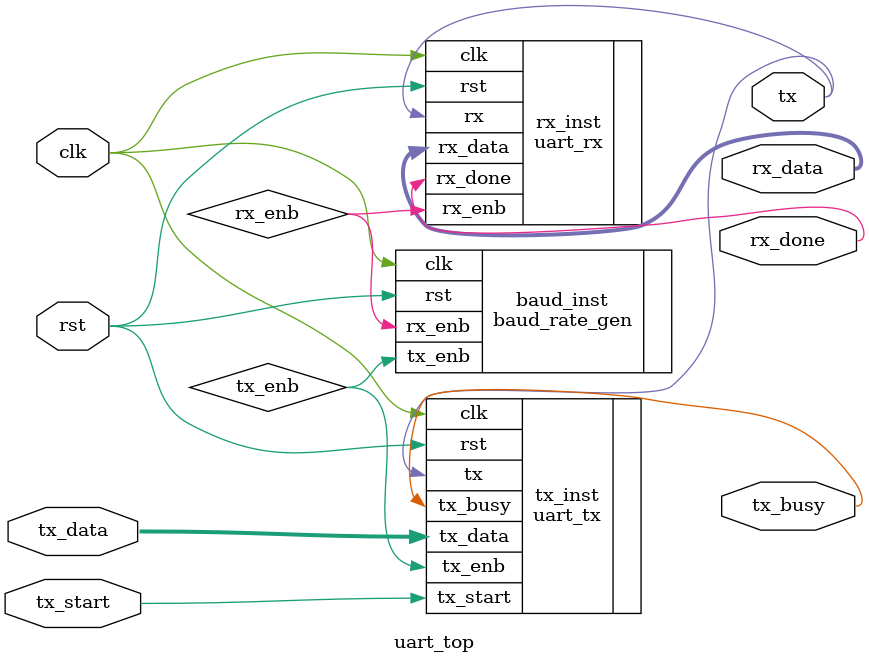
<source format=v>


`timescale 1ns/1ps

module uart_top (
    input  wire       clk,
    input  wire       rst,
    input  wire       tx_start,
    input  wire [7:0] tx_data,
    output wire       tx,
    output wire       tx_busy,
    output wire [7:0] rx_data,
    output wire       rx_done
);

    wire tx_enb;
    wire rx_enb;

    baud_rate_gen baud_inst (
        .clk    (clk),
        .rst    (rst),
        .tx_enb (tx_enb),
        .rx_enb (rx_enb)
    );

    uart_tx tx_inst (
        .clk      (clk),
        .rst      (rst),
        .tx_enb   (tx_enb),
        .tx_start (tx_start),
        .tx_data  (tx_data),
        .tx       (tx),
        .tx_busy  (tx_busy)
    );

    uart_rx rx_inst (
        .clk     (clk),
        .rst     (rst),
        .rx_enb  (rx_enb),
        .rx      (tx),       
        .rx_data (rx_data),
        .rx_done (rx_done)
    );

endmodule
</source>
